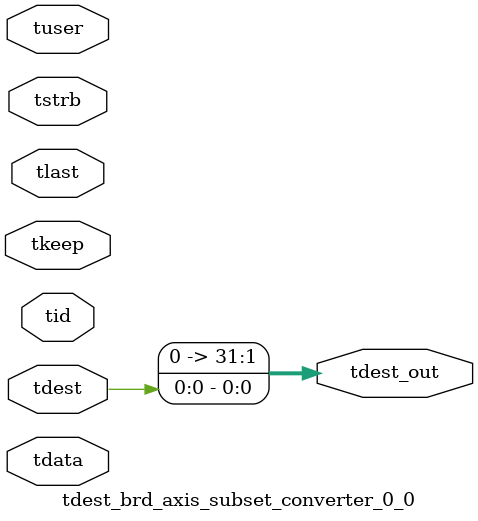
<source format=v>


`timescale 1ps/1ps

module tdest_brd_axis_subset_converter_0_0 #
(
parameter C_S_AXIS_TDATA_WIDTH = 32,
parameter C_S_AXIS_TUSER_WIDTH = 0,
parameter C_S_AXIS_TID_WIDTH   = 0,
parameter C_S_AXIS_TDEST_WIDTH = 0,
parameter C_M_AXIS_TDEST_WIDTH = 32
)
(
input  [(C_S_AXIS_TDATA_WIDTH == 0 ? 1 : C_S_AXIS_TDATA_WIDTH)-1:0     ] tdata,
input  [(C_S_AXIS_TUSER_WIDTH == 0 ? 1 : C_S_AXIS_TUSER_WIDTH)-1:0     ] tuser,
input  [(C_S_AXIS_TID_WIDTH   == 0 ? 1 : C_S_AXIS_TID_WIDTH)-1:0       ] tid,
input  [(C_S_AXIS_TDEST_WIDTH == 0 ? 1 : C_S_AXIS_TDEST_WIDTH)-1:0     ] tdest,
input  [(C_S_AXIS_TDATA_WIDTH/8)-1:0 ] tkeep,
input  [(C_S_AXIS_TDATA_WIDTH/8)-1:0 ] tstrb,
input                                                                    tlast,
output [C_M_AXIS_TDEST_WIDTH-1:0] tdest_out
);

assign tdest_out = {tdest[0:0]};

endmodule


</source>
